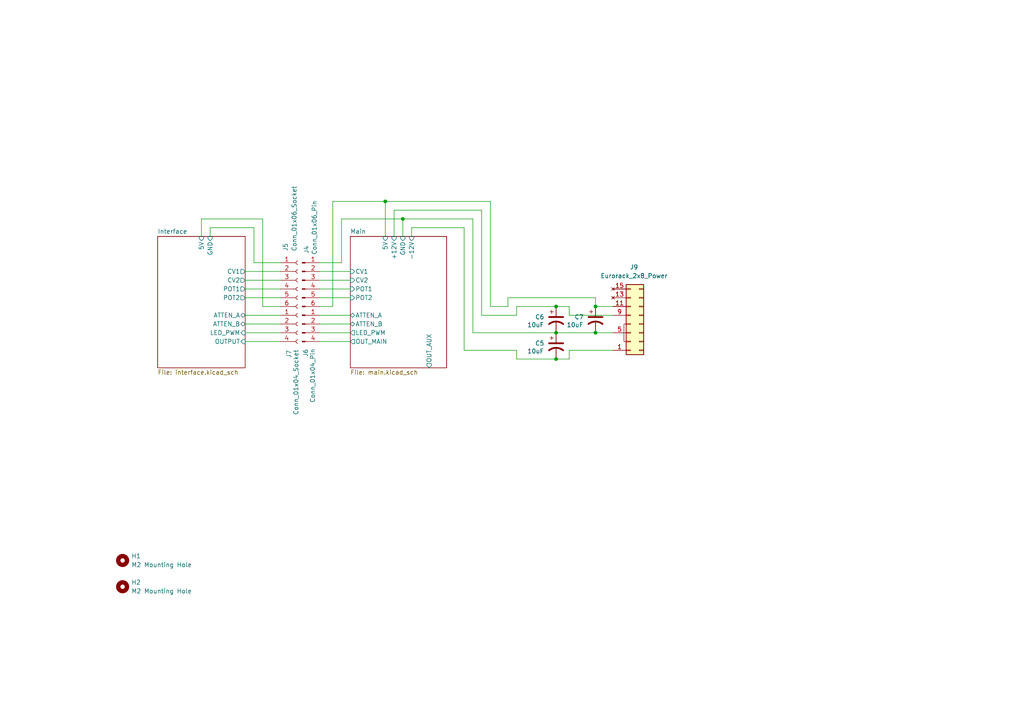
<source format=kicad_sch>
(kicad_sch (version 20231120) (generator "eeschema") (generator_version "8.0")
  (paper "A4")
  (title_block (title "Drift") (date "2024-08-13") (rev "v1.0") (company "Free Modular"))
  (lib_symbols
    (symbol "Connector:Conn_01x04_Pin" (pin_names (offset 1.016) hide)
      (property "Reference" "J" (at 0 5.08 0))
      (property "Value" "Conn_01x04_Pin" (at 0 -7.62 0))
      (symbol "Conn_01x04_Pin_1_1"
        (polyline (pts (xy 1.27 -5.08) (xy 0.8636 -5.08)) (stroke (width 0.1524)))
        (polyline (pts (xy 1.27 -2.54) (xy 0.8636 -2.54)) (stroke (width 0.1524)))
        (polyline (pts (xy 1.27 0) (xy 0.8636 0)) (stroke (width 0.1524)))
        (polyline (pts (xy 1.27 2.54) (xy 0.8636 2.54)) (stroke (width 0.1524)))
        (rectangle (start 0.8636 -4.953) (end 0 -5.207) (stroke (width 0.1524)) (fill (type outline)))
        (rectangle (start 0.8636 -2.413) (end 0 -2.667) (stroke (width 0.1524)) (fill (type outline)))
        (rectangle (start 0.8636 0.127) (end 0 -0.127) (stroke (width 0.1524)) (fill (type outline)))
        (rectangle (start 0.8636 2.667) (end 0 2.413) (stroke (width 0.1524)) (fill (type outline)))
        (pin passive line (at 5.08 2.54 180) (length 3.81) (name "Pin_1") (number "1"))
        (pin passive line (at 5.08 0 180) (length 3.81) (name "Pin_2") (number "2"))
        (pin passive line (at 5.08 -2.54 180) (length 3.81) (name "Pin_3") (number "3"))
        (pin passive line (at 5.08 -5.08 180) (length 3.81) (name "Pin_4") (number "4"))
      )
    )
    (symbol "Connector:Conn_01x04_Socket" (pin_names (offset 1.016) hide)
      (property "Reference" "J" (at 0 5.08 0))
      (property "Value" "Conn_01x04_Socket" (at 0 -7.62 0))
      (symbol "Conn_01x04_Socket_1_1"
        (arc (start 0 -4.572) (mid -0.5058 -5.08) (end 0 -5.588) (stroke (width 0.1524)))
        (arc (start 0 -2.032) (mid -0.5058 -2.54) (end 0 -3.048) (stroke (width 0.1524)))
        (polyline (pts (xy -1.27 -5.08) (xy -0.508 -5.08)) (stroke (width 0.1524)))
        (polyline (pts (xy -1.27 -2.54) (xy -0.508 -2.54)) (stroke (width 0.1524)))
        (polyline (pts (xy -1.27 0) (xy -0.508 0)) (stroke (width 0.1524)))
        (polyline (pts (xy -1.27 2.54) (xy -0.508 2.54)) (stroke (width 0.1524)))
        (arc (start 0 0.508) (mid -0.5058 0) (end 0 -0.508) (stroke (width 0.1524)))
        (arc (start 0 3.048) (mid -0.5058 2.54) (end 0 2.032) (stroke (width 0.1524)))
        (pin passive line (at -5.08 2.54 0) (length 3.81) (name "Pin_1") (number "1"))
        (pin passive line (at -5.08 0 0) (length 3.81) (name "Pin_2") (number "2"))
        (pin passive line (at -5.08 -2.54 0) (length 3.81) (name "Pin_3") (number "3"))
        (pin passive line (at -5.08 -5.08 0) (length 3.81) (name "Pin_4") (number "4"))
      )
    )
    (symbol "Connector:Conn_01x06_Pin" (pin_names (offset 1.016) hide)
      (property "Reference" "J" (at 0 7.62 0))
      (property "Value" "Conn_01x06_Pin" (at 0 -10.16 0))
      (symbol "Conn_01x06_Pin_1_1"
        (polyline (pts (xy 1.27 -7.62) (xy 0.8636 -7.62)) (stroke (width 0.1524)))
        (polyline (pts (xy 1.27 -5.08) (xy 0.8636 -5.08)) (stroke (width 0.1524)))
        (polyline (pts (xy 1.27 -2.54) (xy 0.8636 -2.54)) (stroke (width 0.1524)))
        (polyline (pts (xy 1.27 0) (xy 0.8636 0)) (stroke (width 0.1524)))
        (polyline (pts (xy 1.27 2.54) (xy 0.8636 2.54)) (stroke (width 0.1524)))
        (polyline (pts (xy 1.27 5.08) (xy 0.8636 5.08)) (stroke (width 0.1524)))
        (rectangle (start 0.8636 -7.493) (end 0 -7.747) (stroke (width 0.1524)) (fill (type outline)))
        (rectangle (start 0.8636 -4.953) (end 0 -5.207) (stroke (width 0.1524)) (fill (type outline)))
        (rectangle (start 0.8636 -2.413) (end 0 -2.667) (stroke (width 0.1524)) (fill (type outline)))
        (rectangle (start 0.8636 0.127) (end 0 -0.127) (stroke (width 0.1524)) (fill (type outline)))
        (rectangle (start 0.8636 2.667) (end 0 2.413) (stroke (width 0.1524)) (fill (type outline)))
        (rectangle (start 0.8636 5.207) (end 0 4.953) (stroke (width 0.1524)) (fill (type outline)))
        (pin passive line (at 5.08 5.08 180) (length 3.81) (name "Pin_1") (number "1"))
        (pin passive line (at 5.08 2.54 180) (length 3.81) (name "Pin_2") (number "2"))
        (pin passive line (at 5.08 0 180) (length 3.81) (name "Pin_3") (number "3"))
        (pin passive line (at 5.08 -2.54 180) (length 3.81) (name "Pin_4") (number "4"))
        (pin passive line (at 5.08 -5.08 180) (length 3.81) (name "Pin_5") (number "5"))
        (pin passive line (at 5.08 -7.62 180) (length 3.81) (name "Pin_6") (number "6"))
      )
    )
    (symbol "Connector:Conn_01x06_Socket" (pin_names (offset 1.016) hide)
      (property "Reference" "J" (at 0 7.62 0))
      (property "Value" "Conn_01x06_Socket" (at 0 -10.16 0))
      (symbol "Conn_01x06_Socket_1_1"
        (arc (start 0 -7.112) (mid -0.5058 -7.62) (end 0 -8.128) (stroke (width 0.1524)))
        (arc (start 0 -4.572) (mid -0.5058 -5.08) (end 0 -5.588) (stroke (width 0.1524)))
        (arc (start 0 -2.032) (mid -0.5058 -2.54) (end 0 -3.048) (stroke (width 0.1524)))
        (polyline (pts (xy -1.27 -7.62) (xy -0.508 -7.62)) (stroke (width 0.1524)))
        (polyline (pts (xy -1.27 -5.08) (xy -0.508 -5.08)) (stroke (width 0.1524)))
        (polyline (pts (xy -1.27 -2.54) (xy -0.508 -2.54)) (stroke (width 0.1524)))
        (polyline (pts (xy -1.27 0) (xy -0.508 0)) (stroke (width 0.1524)))
        (polyline (pts (xy -1.27 2.54) (xy -0.508 2.54)) (stroke (width 0.1524)))
        (polyline (pts (xy -1.27 5.08) (xy -0.508 5.08)) (stroke (width 0.1524)))
        (arc (start 0 0.508) (mid -0.5058 0) (end 0 -0.508) (stroke (width 0.1524)))
        (arc (start 0 3.048) (mid -0.5058 2.54) (end 0 2.032) (stroke (width 0.1524)))
        (arc (start 0 5.588) (mid -0.5058 5.08) (end 0 4.572) (stroke (width 0.1524)))
        (pin passive line (at -5.08 5.08 0) (length 3.81) (name "Pin_1") (number "1"))
        (pin passive line (at -5.08 2.54 0) (length 3.81) (name "Pin_2") (number "2"))
        (pin passive line (at -5.08 0 0) (length 3.81) (name "Pin_3") (number "3"))
        (pin passive line (at -5.08 -2.54 0) (length 3.81) (name "Pin_4") (number "4"))
        (pin passive line (at -5.08 -5.08 0) (length 3.81) (name "Pin_5") (number "5"))
        (pin passive line (at -5.08 -7.62 0) (length 3.81) (name "Pin_6") (number "6"))
      )
    )
    (symbol "Device:C_Polarized_US" (pin_numbers hide) (pin_names (offset 0.254) hide)
      (property "Reference" "C" (at 0.635 2.54 0))
      (property "Value" "C_Polarized_US" (at 0.635 -2.54 0))
      (symbol "C_Polarized_US_0_1"
        (polyline (pts (xy -2.032 0.762) (xy 2.032 0.762)) (stroke (width 0.508)))
        (polyline (pts (xy -1.778 2.286) (xy -0.762 2.286)))
        (polyline (pts (xy -1.27 1.778) (xy -1.27 2.794)))
        (arc (start 2.032 -1.27) (mid 0 -0.5572) (end -2.032 -1.27) (stroke (width 0.508)))
      )
      (symbol "C_Polarized_US_1_1"
        (pin passive line (at 0 3.81 270) (length 2.794) (name "~") (number "1"))
        (pin passive line (at 0 -3.81 90) (length 3.302) (name "~") (number "2"))
      )
    )
    (symbol "FreeModular:Eurorack_2x8_Power" (pin_names (offset 1.016) hide)
      (property "Reference" "J1" (at 1.27 13.97 0))
      (property "Value" "Eurorack_2x8_Power" (at 1.905 11.43 0))
      (symbol "Eurorack_2x8_Power_0_1"
        (polyline (pts (xy -1.27 5.08) (xy -1.905 5.08) (xy -1.905 0) (xy -1.27 0)))
      )
      (symbol "Eurorack_2x8_Power_1_1"
        (rectangle (start -1.27 -10.033) (end 0 -10.287) (stroke (width 0.1524)))
        (rectangle (start -1.27 -7.493) (end 0 -7.747) (stroke (width 0.1524)))
        (rectangle (start -1.27 -4.953) (end 0 -5.207) (stroke (width 0.1524)))
        (rectangle (start -1.27 -2.413) (end 0 -2.667) (stroke (width 0.1524)))
        (rectangle (start -1.27 0.127) (end 0 -0.127) (stroke (width 0.1524)))
        (rectangle (start -1.27 2.667) (end 0 2.413) (stroke (width 0.1524)))
        (rectangle (start -1.27 5.207) (end 0 4.953) (stroke (width 0.1524)))
        (rectangle (start -1.27 7.747) (end 0 7.493) (stroke (width 0.1524)))
        (rectangle (start -1.27 8.89) (end 3.81 -11.43) (stroke (width 0.254)) (fill (type background)))
        (rectangle (start 3.81 -10.033) (end 2.54 -10.287) (stroke (width 0.1524)))
        (rectangle (start 3.81 -7.493) (end 2.54 -7.747) (stroke (width 0.1524)))
        (rectangle (start 3.81 -4.953) (end 2.54 -5.207) (stroke (width 0.1524)))
        (rectangle (start 3.81 -2.413) (end 2.54 -2.667) (stroke (width 0.1524)))
        (rectangle (start 3.81 0.127) (end 2.54 -0.127) (stroke (width 0.1524)))
        (rectangle (start 3.81 2.667) (end 2.54 2.413) (stroke (width 0.1524)))
        (rectangle (start 3.81 5.207) (end 2.54 4.953) (stroke (width 0.1524)))
        (rectangle (start 3.81 7.747) (end 2.54 7.493) (stroke (width 0.1524)))
        (pin power_out line (at -5.08 7.62 0) (length 3.81) (name "-12v") (number "1"))
        (pin passive line (at -5.08 -2.54 0) (length 3.81) hide (name "+12v") (number "10"))
        (pin passive line (at -5.08 -5.08 0) (length 3.81) (name "+5v") (number "11"))
        (pin passive line (at -5.08 -5.08 0) (length 3.81) hide (name "+5v") (number "12"))
        (pin no_connect line (at -5.08 -7.62 0) (length 3.81) (name "Pin_13") (number "13"))
        (pin no_connect line (at 7.62 -7.62 180) (length 3.81) hide (name "Pin_14") (number "14"))
        (pin no_connect line (at -5.08 -10.16 0) (length 3.81) (name "Pin_15") (number "15"))
        (pin no_connect line (at 7.62 -10.16 180) (length 3.81) hide (name "Pin_16") (number "16"))
        (pin passive line (at -5.08 7.62 0) (length 3.81) hide (name "-12v") (number "2"))
        (pin power_out line (at -5.08 2.54 0) (length 3.81) hide (name "GND") (number "3"))
        (pin passive line (at -5.08 2.54 0) (length 3.81) hide (name "GND") (number "4"))
        (pin power_out line (at -5.08 2.54 0) (length 3.81) (name "GND") (number "5"))
        (pin passive line (at -5.08 2.54 0) (length 3.81) hide (name "GND") (number "6"))
        (pin power_out line (at -5.08 2.54 0) (length 3.81) hide (name "GND") (number "7"))
        (pin passive line (at -5.08 2.54 0) (length 3.81) hide (name "GND") (number "8"))
        (pin power_out line (at -5.08 -2.54 0) (length 3.81) (name "+12v") (number "9"))
      )
    )
    (symbol "Mechanical:MountingHole" (pin_names (offset 1.016)) (exclude_from_sim yes) (in_bom no)
      (property "Reference" "H" (at 0 5.08 0))
      (property "Value" "MountingHole" (at 0 3.175 0))
      (symbol "MountingHole_0_1"
        (circle (center 0 0) (radius 1.27) (stroke (width 1.27)))
      )
    )
  )
  (junction (at 161.29 88.9))
  (junction (at 116.84 63.5))
  (junction (at 172.72 96.52))
  (junction (at 172.72 88.9))
  (junction (at 161.29 96.52))
  (junction (at 111.76 58.42))
  (junction (at 161.29 104.14))
  (wire (pts (xy 177.8 96.52) (xy 172.72 96.52)))
  (wire (pts (xy 76.2 63.5) (xy 76.2 88.9)))
  (wire (pts (xy 172.72 88.9) (xy 177.8 88.9)))
  (wire (pts (xy 114.3 68.58) (xy 114.3 60.96)))
  (wire (pts (xy 142.24 88.9) (xy 147.32 88.9)))
  (wire (pts (xy 71.12 86.36) (xy 81.28 86.36)))
  (wire (pts (xy 149.86 104.14) (xy 149.86 101.6)))
  (wire (pts (xy 161.29 88.9) (xy 165.1 88.9)))
  (wire (pts (xy 92.71 86.36) (xy 101.6 86.36)))
  (wire (pts (xy 165.1 104.14) (xy 161.29 104.14)))
  (wire (pts (xy 58.42 68.58) (xy 58.42 63.5)))
  (wire (pts (xy 71.12 78.74) (xy 81.28 78.74)))
  (wire (pts (xy 161.29 96.52) (xy 137.16 96.52)))
  (wire (pts (xy 99.06 76.2) (xy 99.06 63.5)))
  (wire (pts (xy 139.7 60.96) (xy 139.7 91.44)))
  (wire (pts (xy 76.2 88.9) (xy 81.28 88.9)))
  (wire (pts (xy 71.12 83.82) (xy 81.28 83.82)))
  (wire (pts (xy 177.8 91.44) (xy 165.1 91.44)))
  (wire (pts (xy 58.42 63.5) (xy 76.2 63.5)))
  (wire (pts (xy 71.12 99.06) (xy 81.28 99.06)))
  (wire (pts (xy 149.86 91.44) (xy 139.7 91.44)))
  (wire (pts (xy 134.62 101.6) (xy 134.62 66.04)))
  (wire (pts (xy 92.71 88.9) (xy 96.52 88.9)))
  (wire (pts (xy 165.1 91.44) (xy 165.1 88.9)))
  (wire (pts (xy 161.29 104.14) (xy 149.86 104.14)))
  (wire (pts (xy 96.52 58.42) (xy 96.52 88.9)))
  (wire (pts (xy 71.12 93.98) (xy 81.28 93.98)))
  (wire (pts (xy 149.86 101.6) (xy 134.62 101.6)))
  (wire (pts (xy 73.66 66.04) (xy 73.66 76.2)))
  (wire (pts (xy 142.24 58.42) (xy 111.76 58.42)))
  (wire (pts (xy 137.16 63.5) (xy 116.84 63.5)))
  (wire (pts (xy 71.12 81.28) (xy 81.28 81.28)))
  (wire (pts (xy 92.71 83.82) (xy 101.6 83.82)))
  (wire (pts (xy 119.38 66.04) (xy 119.38 68.58)))
  (wire (pts (xy 134.62 66.04) (xy 119.38 66.04)))
  (wire (pts (xy 147.32 88.9) (xy 147.32 86.36)))
  (wire (pts (xy 177.8 101.6) (xy 165.1 101.6)))
  (wire (pts (xy 60.96 66.04) (xy 73.66 66.04)))
  (wire (pts (xy 137.16 96.52) (xy 137.16 63.5)))
  (wire (pts (xy 92.71 81.28) (xy 101.6 81.28)))
  (wire (pts (xy 92.71 78.74) (xy 101.6 78.74)))
  (wire (pts (xy 165.1 101.6) (xy 165.1 104.14)))
  (wire (pts (xy 96.52 58.42) (xy 111.76 58.42)))
  (wire (pts (xy 92.71 96.52) (xy 101.6 96.52)))
  (wire (pts (xy 99.06 63.5) (xy 116.84 63.5)))
  (wire (pts (xy 71.12 96.52) (xy 81.28 96.52)))
  (wire (pts (xy 71.12 91.44) (xy 81.28 91.44)))
  (wire (pts (xy 60.96 68.58) (xy 60.96 66.04)))
  (wire (pts (xy 149.86 88.9) (xy 161.29 88.9)))
  (wire (pts (xy 142.24 88.9) (xy 142.24 58.42)))
  (wire (pts (xy 114.3 60.96) (xy 139.7 60.96)))
  (wire (pts (xy 92.71 99.06) (xy 101.6 99.06)))
  (wire (pts (xy 92.71 93.98) (xy 101.6 93.98)))
  (wire (pts (xy 147.32 86.36) (xy 172.72 86.36)))
  (wire (pts (xy 92.71 76.2) (xy 99.06 76.2)))
  (wire (pts (xy 116.84 63.5) (xy 116.84 68.58)))
  (wire (pts (xy 111.76 58.42) (xy 111.76 68.58)))
  (wire (pts (xy 73.66 76.2) (xy 81.28 76.2)))
  (wire (pts (xy 172.72 96.52) (xy 161.29 96.52)))
  (wire (pts (xy 149.86 88.9) (xy 149.86 91.44)))
  (wire (pts (xy 172.72 86.36) (xy 172.72 88.9)))
  (wire (pts (xy 92.71 91.44) (xy 101.6 91.44)))
  (symbol (lib_id "Mechanical:MountingHole") (at 35.56 162.56 0) (unit 1) (exclude_from_sim yes) (in_bom no)
    (property "Reference" "H1" (at 38.1 161.2899 0) (effects (justify left)))
    (property "Value" "M2 Mounting Hole" (at 38.1 163.8299 0) (effects (justify left)))
    (property "Footprint" "MountingHole:MountingHole_2.2mm_M2" (effects (hide yes)))
    (property "Description" "Mounting Hole without connection" (effects (hide yes)))
  )
  (symbol (lib_id "Device:C_Polarized_US") (at 172.72 92.71 0) (unit 1)
    (property "Reference" "C7" (at 166.624 91.948 0) (effects (justify left)))
    (property "Value" "10uF" (at 164.338 94.234 0) (effects (justify left)))
    (property "Footprint" "Capacitor_THT:CP_Radial_D4.0mm_P1.50mm" (effects (hide yes)))
    (property "Description" "Polarized capacitor, US symbol" (effects (hide yes)))
  )
  (symbol (lib_id "Connector:Conn_01x06_Pin") (at 87.63 81.28 0) (unit 1)
    (property "Reference" "J4" (at 88.9 72.39 90))
    (property "Value" "Conn_01x06_Pin" (at 91.186 66.04 90))
    (property "Footprint" "Connector_PinHeader_2.54mm:PinHeader_1x06_P2.54mm_Vertical" (effects (hide yes)))
    (property "Description" "Generic connector, single row, 01x06, script generated" (effects (hide yes)))
  )
  (symbol (lib_id "Device:C_Polarized_US") (at 161.29 100.33 0) (unit 1)
    (property "Reference" "C5" (at 155.194 99.568 0) (effects (justify left)))
    (property "Value" "10uF" (at 152.908 101.854 0) (effects (justify left)))
    (property "Footprint" "Capacitor_THT:CP_Radial_D4.0mm_P1.50mm" (effects (hide yes)))
    (property "Description" "Polarized capacitor, US symbol" (effects (hide yes)))
  )
  (symbol (lib_id "FreeModular:Eurorack_2x8_Power") (at 182.88 93.98 0) (mirror x) (unit 1)
    (property "Reference" "J9" (at 183.896 77.47 0))
    (property "Value" "Eurorack_2x8_Power" (at 183.896 80.01 0))
    (property "Footprint" "Connector_IDC:IDC-Header_2x08_P2.54mm_Vertical" (effects (hide yes)))
    (property "Description" "Generic connector, double row, 02x08, odd/even pin numbering scheme (row 1 odd numbers, row 2 even numbers), script generated (kicad-library-utils/schlib/autogen/connector/)" (effects (hide yes)))
  )
  (symbol (lib_id "Connector:Conn_01x06_Socket") (at 86.36 81.28 0) (unit 1)
    (property "Reference" "J5" (at 82.804 72.898 90) (effects (justify left)))
    (property "Value" "Conn_01x06_Socket" (at 85.344 72.898 90) (effects (justify left)))
    (property "Footprint" "Connector_PinSocket_2.54mm:PinSocket_1x06_P2.54mm_Vertical" (effects (hide yes)))
    (property "Description" "Generic connector, single row, 01x06, script generated" (effects (hide yes)))
  )
  (symbol (lib_id "Connector:Conn_01x04_Pin") (at 87.63 93.98 0) (unit 1)
    (property "Reference" "J6" (at 88.646 102.362 90))
    (property "Value" "Conn_01x04_Pin" (at 90.678 108.966 90))
    (property "Footprint" "Connector_PinHeader_2.54mm:PinHeader_1x04_P2.54mm_Vertical" (effects (hide yes)))
    (property "Description" "Generic connector, single row, 01x04, script generated" (effects (hide yes)))
  )
  (symbol (lib_id "Mechanical:MountingHole") (at 35.56 170.18 0) (unit 1) (exclude_from_sim yes) (in_bom no)
    (property "Reference" "H2" (at 38.1 168.9099 0) (effects (justify left)))
    (property "Value" "M2 Mounting Hole" (at 38.1 171.4499 0) (effects (justify left)))
    (property "Footprint" "MountingHole:MountingHole_2.2mm_M2" (effects (hide yes)))
    (property "Description" "Mounting Hole without connection" (effects (hide yes)))
  )
  (symbol (lib_id "Device:C_Polarized_US") (at 161.29 92.71 0) (unit 1)
    (property "Reference" "C6" (at 155.194 91.948 0) (effects (justify left)))
    (property "Value" "10uF" (at 152.908 94.234 0) (effects (justify left)))
    (property "Footprint" "Capacitor_THT:CP_Radial_D4.0mm_P1.50mm" (effects (hide yes)))
    (property "Description" "Polarized capacitor, US symbol" (effects (hide yes)))
  )
  (symbol (lib_id "Connector:Conn_01x04_Socket") (at 86.36 93.98 0) (unit 1)
    (property "Reference" "J7" (at 83.82 103.886 90) (effects (justify left)))
    (property "Value" "Conn_01x04_Socket" (at 85.852 120.396 90) (effects (justify left)))
    (property "Footprint" "Connector_PinSocket_2.54mm:PinSocket_1x04_P2.54mm_Vertical" (effects (hide yes)))
    (property "Description" "Generic connector, single row, 01x04, script generated" (effects (hide yes)))
  )
  (sheet (at 101.6 68.58) (size 27.94 38.1) (stroke (width 0.1524))
    (property "Sheetname" "Main" (at 101.6 67.8684 0) (effects (justify left bottom)))
    (property "Sheetfile" "main.kicad_sch" (at 101.6 107.2646 0) (effects (justify left top)))
    (pin "5V" input (at 111.76 68.58 90))
    (pin "POT1" input (at 101.6 83.82 180))
    (pin "POT2" input (at 101.6 86.36 180))
    (pin "CV1" input (at 101.6 78.74 180))
    (pin "CV2" input (at 101.6 81.28 180))
    (pin "GND" input (at 116.84 68.58 90))
    (pin "ATTEN_A" bidirectional (at 101.6 91.44 180))
    (pin "OUT_MAIN" output (at 101.6 99.06 180))
    (pin "ATTEN_B" bidirectional (at 101.6 93.98 180))
    (pin "+12V" input (at 114.3 68.58 90))
    (pin "-12V" input (at 119.38 68.58 90))
    (pin "OUT_AUX" output (at 124.46 106.68 270))
    (pin "LED_PWM" output (at 101.6 96.52 180))
  )
  (sheet (at 45.72 68.58) (size 25.4 38.1) (stroke (width 0.1524))
    (property "Sheetname" "Interface" (at 45.72 67.8684 0) (effects (justify left bottom)))
    (property "Sheetfile" "interface.kicad_sch" (at 45.72 107.2646 0) (effects (justify left top)))
    (pin "GND" input (at 60.96 68.58 90))
    (pin "CV1" output (at 71.12 78.74 0))
    (pin "CV2" output (at 71.12 81.28 0))
    (pin "ATTEN_B" bidirectional (at 71.12 93.98 0))
    (pin "ATTEN_A" bidirectional (at 71.12 91.44 0))
    (pin "OUTPUT" input (at 71.12 99.06 0))
    (pin "5V" input (at 58.42 68.58 90))
    (pin "POT2" output (at 71.12 86.36 0))
    (pin "POT1" output (at 71.12 83.82 0))
    (pin "LED_PWM" input (at 71.12 96.52 0))
  )
)
</source>
